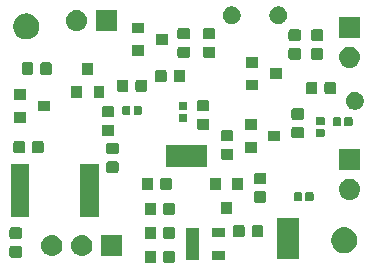
<source format=gbr>
G04 #@! TF.GenerationSoftware,KiCad,Pcbnew,5.1.2-f72e74a~84~ubuntu18.04.1*
G04 #@! TF.CreationDate,2019-12-19T12:51:00+00:00*
G04 #@! TF.ProjectId,mbus_guru,6d627573-5f67-4757-9275-2e6b69636164,rev?*
G04 #@! TF.SameCoordinates,Original*
G04 #@! TF.FileFunction,Soldermask,Top*
G04 #@! TF.FilePolarity,Negative*
%FSLAX46Y46*%
G04 Gerber Fmt 4.6, Leading zero omitted, Abs format (unit mm)*
G04 Created by KiCad (PCBNEW 5.1.2-f72e74a~84~ubuntu18.04.1) date 2019-12-19 12:51:00*
%MOMM*%
%LPD*%
G04 APERTURE LIST*
%ADD10C,0.100000*%
G04 APERTURE END LIST*
D10*
G36*
X137464091Y-100760585D02*
G01*
X137498069Y-100770893D01*
X137529390Y-100787634D01*
X137556839Y-100810161D01*
X137579366Y-100837610D01*
X137596107Y-100868931D01*
X137606415Y-100902909D01*
X137610500Y-100944390D01*
X137610500Y-101620610D01*
X137606415Y-101662091D01*
X137596107Y-101696069D01*
X137579366Y-101727390D01*
X137556839Y-101754839D01*
X137529390Y-101777366D01*
X137498069Y-101794107D01*
X137464091Y-101804415D01*
X137422610Y-101808500D01*
X136821390Y-101808500D01*
X136779909Y-101804415D01*
X136745931Y-101794107D01*
X136714610Y-101777366D01*
X136687161Y-101754839D01*
X136664634Y-101727390D01*
X136647893Y-101696069D01*
X136637585Y-101662091D01*
X136633500Y-101620610D01*
X136633500Y-100944390D01*
X136637585Y-100902909D01*
X136647893Y-100868931D01*
X136664634Y-100837610D01*
X136687161Y-100810161D01*
X136714610Y-100787634D01*
X136745931Y-100770893D01*
X136779909Y-100760585D01*
X136821390Y-100756500D01*
X137422610Y-100756500D01*
X137464091Y-100760585D01*
X137464091Y-100760585D01*
G37*
G36*
X135889091Y-100760585D02*
G01*
X135923069Y-100770893D01*
X135954390Y-100787634D01*
X135981839Y-100810161D01*
X136004366Y-100837610D01*
X136021107Y-100868931D01*
X136031415Y-100902909D01*
X136035500Y-100944390D01*
X136035500Y-101620610D01*
X136031415Y-101662091D01*
X136021107Y-101696069D01*
X136004366Y-101727390D01*
X135981839Y-101754839D01*
X135954390Y-101777366D01*
X135923069Y-101794107D01*
X135889091Y-101804415D01*
X135847610Y-101808500D01*
X135246390Y-101808500D01*
X135204909Y-101804415D01*
X135170931Y-101794107D01*
X135139610Y-101777366D01*
X135112161Y-101754839D01*
X135089634Y-101727390D01*
X135072893Y-101696069D01*
X135062585Y-101662091D01*
X135058500Y-101620610D01*
X135058500Y-100944390D01*
X135062585Y-100902909D01*
X135072893Y-100868931D01*
X135089634Y-100837610D01*
X135112161Y-100810161D01*
X135139610Y-100787634D01*
X135170931Y-100770893D01*
X135204909Y-100760585D01*
X135246390Y-100756500D01*
X135847610Y-100756500D01*
X135889091Y-100760585D01*
X135889091Y-100760585D01*
G37*
G36*
X141889000Y-101529000D02*
G01*
X140727000Y-101529000D01*
X140727000Y-100777000D01*
X141889000Y-100777000D01*
X141889000Y-101529000D01*
X141889000Y-101529000D01*
G37*
G36*
X139689000Y-101529000D02*
G01*
X138527000Y-101529000D01*
X138527000Y-98877000D01*
X139689000Y-98877000D01*
X139689000Y-101529000D01*
X139689000Y-101529000D01*
G37*
G36*
X148144000Y-101509500D02*
G01*
X146242000Y-101509500D01*
X146242000Y-98007500D01*
X148144000Y-98007500D01*
X148144000Y-101509500D01*
X148144000Y-101509500D01*
G37*
G36*
X124522091Y-100379085D02*
G01*
X124556069Y-100389393D01*
X124587390Y-100406134D01*
X124614839Y-100428661D01*
X124637366Y-100456110D01*
X124654107Y-100487431D01*
X124664415Y-100521409D01*
X124668500Y-100562890D01*
X124668500Y-101164110D01*
X124664415Y-101205591D01*
X124654107Y-101239569D01*
X124637366Y-101270890D01*
X124614839Y-101298339D01*
X124587390Y-101320866D01*
X124556069Y-101337607D01*
X124522091Y-101347915D01*
X124480610Y-101352000D01*
X123804390Y-101352000D01*
X123762909Y-101347915D01*
X123728931Y-101337607D01*
X123697610Y-101320866D01*
X123670161Y-101298339D01*
X123647634Y-101270890D01*
X123630893Y-101239569D01*
X123620585Y-101205591D01*
X123616500Y-101164110D01*
X123616500Y-100562890D01*
X123620585Y-100521409D01*
X123630893Y-100487431D01*
X123647634Y-100456110D01*
X123670161Y-100428661D01*
X123697610Y-100406134D01*
X123728931Y-100389393D01*
X123762909Y-100379085D01*
X123804390Y-100375000D01*
X124480610Y-100375000D01*
X124522091Y-100379085D01*
X124522091Y-100379085D01*
G37*
G36*
X133171500Y-101231000D02*
G01*
X131369500Y-101231000D01*
X131369500Y-99429000D01*
X133171500Y-99429000D01*
X133171500Y-101231000D01*
X133171500Y-101231000D01*
G37*
G36*
X129840943Y-99435519D02*
G01*
X129907127Y-99442037D01*
X130076966Y-99493557D01*
X130233491Y-99577222D01*
X130269229Y-99606552D01*
X130370686Y-99689814D01*
X130453948Y-99791271D01*
X130483278Y-99827009D01*
X130566943Y-99983534D01*
X130618463Y-100153373D01*
X130635859Y-100330000D01*
X130618463Y-100506627D01*
X130566943Y-100676466D01*
X130483278Y-100832991D01*
X130479487Y-100837610D01*
X130370686Y-100970186D01*
X130269229Y-101053448D01*
X130233491Y-101082778D01*
X130076966Y-101166443D01*
X129907127Y-101217963D01*
X129840943Y-101224481D01*
X129774760Y-101231000D01*
X129686240Y-101231000D01*
X129620058Y-101224482D01*
X129553873Y-101217963D01*
X129384034Y-101166443D01*
X129227509Y-101082778D01*
X129191771Y-101053448D01*
X129090314Y-100970186D01*
X128981513Y-100837610D01*
X128977722Y-100832991D01*
X128894057Y-100676466D01*
X128842537Y-100506627D01*
X128825141Y-100330000D01*
X128842537Y-100153373D01*
X128894057Y-99983534D01*
X128977722Y-99827009D01*
X129007052Y-99791271D01*
X129090314Y-99689814D01*
X129191771Y-99606552D01*
X129227509Y-99577222D01*
X129384034Y-99493557D01*
X129553873Y-99442037D01*
X129620058Y-99435518D01*
X129686240Y-99429000D01*
X129774760Y-99429000D01*
X129840943Y-99435519D01*
X129840943Y-99435519D01*
G37*
G36*
X127300943Y-99435519D02*
G01*
X127367127Y-99442037D01*
X127536966Y-99493557D01*
X127693491Y-99577222D01*
X127729229Y-99606552D01*
X127830686Y-99689814D01*
X127913948Y-99791271D01*
X127943278Y-99827009D01*
X128026943Y-99983534D01*
X128078463Y-100153373D01*
X128095859Y-100330000D01*
X128078463Y-100506627D01*
X128026943Y-100676466D01*
X127943278Y-100832991D01*
X127939487Y-100837610D01*
X127830686Y-100970186D01*
X127729229Y-101053448D01*
X127693491Y-101082778D01*
X127536966Y-101166443D01*
X127367127Y-101217963D01*
X127300943Y-101224481D01*
X127234760Y-101231000D01*
X127146240Y-101231000D01*
X127080058Y-101224482D01*
X127013873Y-101217963D01*
X126844034Y-101166443D01*
X126687509Y-101082778D01*
X126651771Y-101053448D01*
X126550314Y-100970186D01*
X126441513Y-100837610D01*
X126437722Y-100832991D01*
X126354057Y-100676466D01*
X126302537Y-100506627D01*
X126285141Y-100330000D01*
X126302537Y-100153373D01*
X126354057Y-99983534D01*
X126437722Y-99827009D01*
X126467052Y-99791271D01*
X126550314Y-99689814D01*
X126651771Y-99606552D01*
X126687509Y-99577222D01*
X126844034Y-99493557D01*
X127013873Y-99442037D01*
X127080058Y-99435518D01*
X127146240Y-99429000D01*
X127234760Y-99429000D01*
X127300943Y-99435519D01*
X127300943Y-99435519D01*
G37*
G36*
X152162399Y-98804085D02*
G01*
X152276650Y-98826811D01*
X152341471Y-98853661D01*
X152477020Y-98909807D01*
X152657344Y-99030295D01*
X152810705Y-99183656D01*
X152931193Y-99363980D01*
X152958125Y-99429000D01*
X153014189Y-99564350D01*
X153022938Y-99608336D01*
X153056500Y-99777060D01*
X153056500Y-99993940D01*
X153014189Y-100206649D01*
X152931193Y-100407020D01*
X152810705Y-100587344D01*
X152657344Y-100740705D01*
X152477020Y-100861193D01*
X152376834Y-100902691D01*
X152276650Y-100944189D01*
X152170295Y-100965344D01*
X152063940Y-100986500D01*
X151847060Y-100986500D01*
X151740705Y-100965344D01*
X151634350Y-100944189D01*
X151433980Y-100861193D01*
X151253656Y-100740705D01*
X151100295Y-100587344D01*
X150979807Y-100407020D01*
X150896811Y-100206649D01*
X150854500Y-99993940D01*
X150854500Y-99777060D01*
X150888062Y-99608336D01*
X150896811Y-99564350D01*
X150952875Y-99429000D01*
X150979807Y-99363980D01*
X151100295Y-99183656D01*
X151253656Y-99030295D01*
X151433980Y-98909807D01*
X151569529Y-98853661D01*
X151634350Y-98826811D01*
X151748601Y-98804085D01*
X151847060Y-98784500D01*
X152063940Y-98784500D01*
X152162399Y-98804085D01*
X152162399Y-98804085D01*
G37*
G36*
X124522091Y-98804085D02*
G01*
X124556069Y-98814393D01*
X124587390Y-98831134D01*
X124614839Y-98853661D01*
X124637366Y-98881110D01*
X124654107Y-98912431D01*
X124664415Y-98946409D01*
X124668500Y-98987890D01*
X124668500Y-99589110D01*
X124664415Y-99630591D01*
X124654107Y-99664569D01*
X124637366Y-99695890D01*
X124614839Y-99723339D01*
X124587390Y-99745866D01*
X124556069Y-99762607D01*
X124522091Y-99772915D01*
X124480610Y-99777000D01*
X123804390Y-99777000D01*
X123762909Y-99772915D01*
X123728931Y-99762607D01*
X123697610Y-99745866D01*
X123670161Y-99723339D01*
X123647634Y-99695890D01*
X123630893Y-99664569D01*
X123620585Y-99630591D01*
X123616500Y-99589110D01*
X123616500Y-98987890D01*
X123620585Y-98946409D01*
X123630893Y-98912431D01*
X123647634Y-98881110D01*
X123670161Y-98853661D01*
X123697610Y-98831134D01*
X123728931Y-98814393D01*
X123762909Y-98804085D01*
X123804390Y-98800000D01*
X124480610Y-98800000D01*
X124522091Y-98804085D01*
X124522091Y-98804085D01*
G37*
G36*
X137464091Y-98728585D02*
G01*
X137498069Y-98738893D01*
X137529390Y-98755634D01*
X137556839Y-98778161D01*
X137579366Y-98805610D01*
X137596107Y-98836931D01*
X137606415Y-98870909D01*
X137610500Y-98912390D01*
X137610500Y-99588610D01*
X137606415Y-99630091D01*
X137596107Y-99664069D01*
X137579366Y-99695390D01*
X137556839Y-99722839D01*
X137529390Y-99745366D01*
X137498069Y-99762107D01*
X137464091Y-99772415D01*
X137422610Y-99776500D01*
X136821390Y-99776500D01*
X136779909Y-99772415D01*
X136745931Y-99762107D01*
X136714610Y-99745366D01*
X136687161Y-99722839D01*
X136664634Y-99695390D01*
X136647893Y-99664069D01*
X136637585Y-99630091D01*
X136633500Y-99588610D01*
X136633500Y-98912390D01*
X136637585Y-98870909D01*
X136647893Y-98836931D01*
X136664634Y-98805610D01*
X136687161Y-98778161D01*
X136714610Y-98755634D01*
X136745931Y-98738893D01*
X136779909Y-98728585D01*
X136821390Y-98724500D01*
X137422610Y-98724500D01*
X137464091Y-98728585D01*
X137464091Y-98728585D01*
G37*
G36*
X135889091Y-98728585D02*
G01*
X135923069Y-98738893D01*
X135954390Y-98755634D01*
X135981839Y-98778161D01*
X136004366Y-98805610D01*
X136021107Y-98836931D01*
X136031415Y-98870909D01*
X136035500Y-98912390D01*
X136035500Y-99588610D01*
X136031415Y-99630091D01*
X136021107Y-99664069D01*
X136004366Y-99695390D01*
X135981839Y-99722839D01*
X135954390Y-99745366D01*
X135923069Y-99762107D01*
X135889091Y-99772415D01*
X135847610Y-99776500D01*
X135246390Y-99776500D01*
X135204909Y-99772415D01*
X135170931Y-99762107D01*
X135139610Y-99745366D01*
X135112161Y-99722839D01*
X135089634Y-99695390D01*
X135072893Y-99664069D01*
X135062585Y-99630091D01*
X135058500Y-99588610D01*
X135058500Y-98912390D01*
X135062585Y-98870909D01*
X135072893Y-98836931D01*
X135089634Y-98805610D01*
X135112161Y-98778161D01*
X135139610Y-98755634D01*
X135170931Y-98738893D01*
X135204909Y-98728585D01*
X135246390Y-98724500D01*
X135847610Y-98724500D01*
X135889091Y-98728585D01*
X135889091Y-98728585D01*
G37*
G36*
X144957091Y-98601585D02*
G01*
X144991069Y-98611893D01*
X145022390Y-98628634D01*
X145049839Y-98651161D01*
X145072366Y-98678610D01*
X145089107Y-98709931D01*
X145099415Y-98743909D01*
X145103500Y-98785390D01*
X145103500Y-99461610D01*
X145099415Y-99503091D01*
X145089107Y-99537069D01*
X145072366Y-99568390D01*
X145049839Y-99595839D01*
X145022390Y-99618366D01*
X144991069Y-99635107D01*
X144957091Y-99645415D01*
X144915610Y-99649500D01*
X144314390Y-99649500D01*
X144272909Y-99645415D01*
X144238931Y-99635107D01*
X144207610Y-99618366D01*
X144180161Y-99595839D01*
X144157634Y-99568390D01*
X144140893Y-99537069D01*
X144130585Y-99503091D01*
X144126500Y-99461610D01*
X144126500Y-98785390D01*
X144130585Y-98743909D01*
X144140893Y-98709931D01*
X144157634Y-98678610D01*
X144180161Y-98651161D01*
X144207610Y-98628634D01*
X144238931Y-98611893D01*
X144272909Y-98601585D01*
X144314390Y-98597500D01*
X144915610Y-98597500D01*
X144957091Y-98601585D01*
X144957091Y-98601585D01*
G37*
G36*
X143382091Y-98601585D02*
G01*
X143416069Y-98611893D01*
X143447390Y-98628634D01*
X143474839Y-98651161D01*
X143497366Y-98678610D01*
X143514107Y-98709931D01*
X143524415Y-98743909D01*
X143528500Y-98785390D01*
X143528500Y-99461610D01*
X143524415Y-99503091D01*
X143514107Y-99537069D01*
X143497366Y-99568390D01*
X143474839Y-99595839D01*
X143447390Y-99618366D01*
X143416069Y-99635107D01*
X143382091Y-99645415D01*
X143340610Y-99649500D01*
X142739390Y-99649500D01*
X142697909Y-99645415D01*
X142663931Y-99635107D01*
X142632610Y-99618366D01*
X142605161Y-99595839D01*
X142582634Y-99568390D01*
X142565893Y-99537069D01*
X142555585Y-99503091D01*
X142551500Y-99461610D01*
X142551500Y-98785390D01*
X142555585Y-98743909D01*
X142565893Y-98709931D01*
X142582634Y-98678610D01*
X142605161Y-98651161D01*
X142632610Y-98628634D01*
X142663931Y-98611893D01*
X142697909Y-98601585D01*
X142739390Y-98597500D01*
X143340610Y-98597500D01*
X143382091Y-98601585D01*
X143382091Y-98601585D01*
G37*
G36*
X141889000Y-99629000D02*
G01*
X140727000Y-99629000D01*
X140727000Y-98877000D01*
X141889000Y-98877000D01*
X141889000Y-99629000D01*
X141889000Y-99629000D01*
G37*
G36*
X131170500Y-97920500D02*
G01*
X129618500Y-97920500D01*
X129618500Y-93468500D01*
X131170500Y-93468500D01*
X131170500Y-97920500D01*
X131170500Y-97920500D01*
G37*
G36*
X125270500Y-97920500D02*
G01*
X123718500Y-97920500D01*
X123718500Y-93468500D01*
X125270500Y-93468500D01*
X125270500Y-97920500D01*
X125270500Y-97920500D01*
G37*
G36*
X137464091Y-96696585D02*
G01*
X137498069Y-96706893D01*
X137529390Y-96723634D01*
X137556839Y-96746161D01*
X137579366Y-96773610D01*
X137596107Y-96804931D01*
X137606415Y-96838909D01*
X137610500Y-96880390D01*
X137610500Y-97556610D01*
X137606415Y-97598091D01*
X137596107Y-97632069D01*
X137579366Y-97663390D01*
X137556839Y-97690839D01*
X137529390Y-97713366D01*
X137498069Y-97730107D01*
X137464091Y-97740415D01*
X137422610Y-97744500D01*
X136821390Y-97744500D01*
X136779909Y-97740415D01*
X136745931Y-97730107D01*
X136714610Y-97713366D01*
X136687161Y-97690839D01*
X136664634Y-97663390D01*
X136647893Y-97632069D01*
X136637585Y-97598091D01*
X136633500Y-97556610D01*
X136633500Y-96880390D01*
X136637585Y-96838909D01*
X136647893Y-96804931D01*
X136664634Y-96773610D01*
X136687161Y-96746161D01*
X136714610Y-96723634D01*
X136745931Y-96706893D01*
X136779909Y-96696585D01*
X136821390Y-96692500D01*
X137422610Y-96692500D01*
X137464091Y-96696585D01*
X137464091Y-96696585D01*
G37*
G36*
X135889091Y-96696585D02*
G01*
X135923069Y-96706893D01*
X135954390Y-96723634D01*
X135981839Y-96746161D01*
X136004366Y-96773610D01*
X136021107Y-96804931D01*
X136031415Y-96838909D01*
X136035500Y-96880390D01*
X136035500Y-97556610D01*
X136031415Y-97598091D01*
X136021107Y-97632069D01*
X136004366Y-97663390D01*
X135981839Y-97690839D01*
X135954390Y-97713366D01*
X135923069Y-97730107D01*
X135889091Y-97740415D01*
X135847610Y-97744500D01*
X135246390Y-97744500D01*
X135204909Y-97740415D01*
X135170931Y-97730107D01*
X135139610Y-97713366D01*
X135112161Y-97690839D01*
X135089634Y-97663390D01*
X135072893Y-97632069D01*
X135062585Y-97598091D01*
X135058500Y-97556610D01*
X135058500Y-96880390D01*
X135062585Y-96838909D01*
X135072893Y-96804931D01*
X135089634Y-96773610D01*
X135112161Y-96746161D01*
X135139610Y-96723634D01*
X135170931Y-96706893D01*
X135204909Y-96696585D01*
X135246390Y-96692500D01*
X135847610Y-96692500D01*
X135889091Y-96696585D01*
X135889091Y-96696585D01*
G37*
G36*
X142437000Y-97640000D02*
G01*
X141535000Y-97640000D01*
X141535000Y-96638000D01*
X142437000Y-96638000D01*
X142437000Y-97640000D01*
X142437000Y-97640000D01*
G37*
G36*
X145223091Y-95743585D02*
G01*
X145257069Y-95753893D01*
X145288390Y-95770634D01*
X145315839Y-95793161D01*
X145338366Y-95820610D01*
X145355107Y-95851931D01*
X145365415Y-95885909D01*
X145369500Y-95927390D01*
X145369500Y-96528610D01*
X145365415Y-96570091D01*
X145355107Y-96604069D01*
X145338366Y-96635390D01*
X145315839Y-96662839D01*
X145288390Y-96685366D01*
X145257069Y-96702107D01*
X145223091Y-96712415D01*
X145181610Y-96716500D01*
X144505390Y-96716500D01*
X144463909Y-96712415D01*
X144429931Y-96702107D01*
X144398610Y-96685366D01*
X144371161Y-96662839D01*
X144348634Y-96635390D01*
X144331893Y-96604069D01*
X144321585Y-96570091D01*
X144317500Y-96528610D01*
X144317500Y-95927390D01*
X144321585Y-95885909D01*
X144331893Y-95851931D01*
X144348634Y-95820610D01*
X144371161Y-95793161D01*
X144398610Y-95770634D01*
X144429931Y-95753893D01*
X144463909Y-95743585D01*
X144505390Y-95739500D01*
X145181610Y-95739500D01*
X145223091Y-95743585D01*
X145223091Y-95743585D01*
G37*
G36*
X149268438Y-95834216D02*
G01*
X149289057Y-95840471D01*
X149308053Y-95850624D01*
X149324708Y-95864292D01*
X149338376Y-95880947D01*
X149348529Y-95899943D01*
X149354784Y-95920562D01*
X149357500Y-95948140D01*
X149357500Y-96456860D01*
X149354784Y-96484438D01*
X149348529Y-96505057D01*
X149338376Y-96524053D01*
X149324708Y-96540708D01*
X149308053Y-96554376D01*
X149289057Y-96564529D01*
X149268438Y-96570784D01*
X149240860Y-96573500D01*
X148782140Y-96573500D01*
X148754562Y-96570784D01*
X148733943Y-96564529D01*
X148714947Y-96554376D01*
X148698292Y-96540708D01*
X148684624Y-96524053D01*
X148674471Y-96505057D01*
X148668216Y-96484438D01*
X148665500Y-96456860D01*
X148665500Y-95948140D01*
X148668216Y-95920562D01*
X148674471Y-95899943D01*
X148684624Y-95880947D01*
X148698292Y-95864292D01*
X148714947Y-95850624D01*
X148733943Y-95840471D01*
X148754562Y-95834216D01*
X148782140Y-95831500D01*
X149240860Y-95831500D01*
X149268438Y-95834216D01*
X149268438Y-95834216D01*
G37*
G36*
X148298438Y-95834216D02*
G01*
X148319057Y-95840471D01*
X148338053Y-95850624D01*
X148354708Y-95864292D01*
X148368376Y-95880947D01*
X148378529Y-95899943D01*
X148384784Y-95920562D01*
X148387500Y-95948140D01*
X148387500Y-96456860D01*
X148384784Y-96484438D01*
X148378529Y-96505057D01*
X148368376Y-96524053D01*
X148354708Y-96540708D01*
X148338053Y-96554376D01*
X148319057Y-96564529D01*
X148298438Y-96570784D01*
X148270860Y-96573500D01*
X147812140Y-96573500D01*
X147784562Y-96570784D01*
X147763943Y-96564529D01*
X147744947Y-96554376D01*
X147728292Y-96540708D01*
X147714624Y-96524053D01*
X147704471Y-96505057D01*
X147698216Y-96484438D01*
X147695500Y-96456860D01*
X147695500Y-95948140D01*
X147698216Y-95920562D01*
X147704471Y-95899943D01*
X147714624Y-95880947D01*
X147728292Y-95864292D01*
X147744947Y-95850624D01*
X147763943Y-95840471D01*
X147784562Y-95834216D01*
X147812140Y-95831500D01*
X148270860Y-95831500D01*
X148298438Y-95834216D01*
X148298438Y-95834216D01*
G37*
G36*
X152510442Y-94673018D02*
G01*
X152576627Y-94679537D01*
X152746466Y-94731057D01*
X152902991Y-94814722D01*
X152935315Y-94841250D01*
X153040186Y-94927314D01*
X153092221Y-94990720D01*
X153152778Y-95064509D01*
X153236443Y-95221034D01*
X153287963Y-95390873D01*
X153305359Y-95567500D01*
X153287963Y-95744127D01*
X153236443Y-95913966D01*
X153236442Y-95913968D01*
X153206225Y-95970500D01*
X153152778Y-96070491D01*
X153123448Y-96106229D01*
X153040186Y-96207686D01*
X152938729Y-96290948D01*
X152902991Y-96320278D01*
X152746466Y-96403943D01*
X152576627Y-96455463D01*
X152510443Y-96461981D01*
X152444260Y-96468500D01*
X152355740Y-96468500D01*
X152289557Y-96461981D01*
X152223373Y-96455463D01*
X152053534Y-96403943D01*
X151897009Y-96320278D01*
X151861271Y-96290948D01*
X151759814Y-96207686D01*
X151676552Y-96106229D01*
X151647222Y-96070491D01*
X151593775Y-95970500D01*
X151563558Y-95913968D01*
X151563557Y-95913966D01*
X151512037Y-95744127D01*
X151494641Y-95567500D01*
X151512037Y-95390873D01*
X151563557Y-95221034D01*
X151647222Y-95064509D01*
X151707779Y-94990720D01*
X151759814Y-94927314D01*
X151864685Y-94841250D01*
X151897009Y-94814722D01*
X152053534Y-94731057D01*
X152223373Y-94679537D01*
X152289558Y-94673018D01*
X152355740Y-94666500D01*
X152444260Y-94666500D01*
X152510442Y-94673018D01*
X152510442Y-94673018D01*
G37*
G36*
X135635091Y-94601085D02*
G01*
X135669069Y-94611393D01*
X135700390Y-94628134D01*
X135727839Y-94650661D01*
X135750366Y-94678110D01*
X135767107Y-94709431D01*
X135777415Y-94743409D01*
X135781500Y-94784890D01*
X135781500Y-95461110D01*
X135777415Y-95502591D01*
X135767107Y-95536569D01*
X135750366Y-95567890D01*
X135727839Y-95595339D01*
X135700390Y-95617866D01*
X135669069Y-95634607D01*
X135635091Y-95644915D01*
X135593610Y-95649000D01*
X134992390Y-95649000D01*
X134950909Y-95644915D01*
X134916931Y-95634607D01*
X134885610Y-95617866D01*
X134858161Y-95595339D01*
X134835634Y-95567890D01*
X134818893Y-95536569D01*
X134808585Y-95502591D01*
X134804500Y-95461110D01*
X134804500Y-94784890D01*
X134808585Y-94743409D01*
X134818893Y-94709431D01*
X134835634Y-94678110D01*
X134858161Y-94650661D01*
X134885610Y-94628134D01*
X134916931Y-94611393D01*
X134950909Y-94601085D01*
X134992390Y-94597000D01*
X135593610Y-94597000D01*
X135635091Y-94601085D01*
X135635091Y-94601085D01*
G37*
G36*
X137210091Y-94601085D02*
G01*
X137244069Y-94611393D01*
X137275390Y-94628134D01*
X137302839Y-94650661D01*
X137325366Y-94678110D01*
X137342107Y-94709431D01*
X137352415Y-94743409D01*
X137356500Y-94784890D01*
X137356500Y-95461110D01*
X137352415Y-95502591D01*
X137342107Y-95536569D01*
X137325366Y-95567890D01*
X137302839Y-95595339D01*
X137275390Y-95617866D01*
X137244069Y-95634607D01*
X137210091Y-95644915D01*
X137168610Y-95649000D01*
X136567390Y-95649000D01*
X136525909Y-95644915D01*
X136491931Y-95634607D01*
X136460610Y-95617866D01*
X136433161Y-95595339D01*
X136410634Y-95567890D01*
X136393893Y-95536569D01*
X136383585Y-95502591D01*
X136379500Y-95461110D01*
X136379500Y-94784890D01*
X136383585Y-94743409D01*
X136393893Y-94709431D01*
X136410634Y-94678110D01*
X136433161Y-94650661D01*
X136460610Y-94628134D01*
X136491931Y-94611393D01*
X136525909Y-94601085D01*
X136567390Y-94597000D01*
X137168610Y-94597000D01*
X137210091Y-94601085D01*
X137210091Y-94601085D01*
G37*
G36*
X143387000Y-95640000D02*
G01*
X142485000Y-95640000D01*
X142485000Y-94638000D01*
X143387000Y-94638000D01*
X143387000Y-95640000D01*
X143387000Y-95640000D01*
G37*
G36*
X141487000Y-95640000D02*
G01*
X140585000Y-95640000D01*
X140585000Y-94638000D01*
X141487000Y-94638000D01*
X141487000Y-95640000D01*
X141487000Y-95640000D01*
G37*
G36*
X145223091Y-94168585D02*
G01*
X145257069Y-94178893D01*
X145288390Y-94195634D01*
X145315839Y-94218161D01*
X145338366Y-94245610D01*
X145355107Y-94276931D01*
X145365415Y-94310909D01*
X145369500Y-94352390D01*
X145369500Y-94953610D01*
X145365415Y-94995091D01*
X145355107Y-95029069D01*
X145338366Y-95060390D01*
X145315839Y-95087839D01*
X145288390Y-95110366D01*
X145257069Y-95127107D01*
X145223091Y-95137415D01*
X145181610Y-95141500D01*
X144505390Y-95141500D01*
X144463909Y-95137415D01*
X144429931Y-95127107D01*
X144398610Y-95110366D01*
X144371161Y-95087839D01*
X144348634Y-95060390D01*
X144331893Y-95029069D01*
X144321585Y-94995091D01*
X144317500Y-94953610D01*
X144317500Y-94352390D01*
X144321585Y-94310909D01*
X144331893Y-94276931D01*
X144348634Y-94245610D01*
X144371161Y-94218161D01*
X144398610Y-94195634D01*
X144429931Y-94178893D01*
X144463909Y-94168585D01*
X144505390Y-94164500D01*
X145181610Y-94164500D01*
X145223091Y-94168585D01*
X145223091Y-94168585D01*
G37*
G36*
X132713591Y-93203585D02*
G01*
X132747569Y-93213893D01*
X132778890Y-93230634D01*
X132806339Y-93253161D01*
X132828866Y-93280610D01*
X132845607Y-93311931D01*
X132855915Y-93345909D01*
X132860000Y-93387390D01*
X132860000Y-93988610D01*
X132855915Y-94030091D01*
X132845607Y-94064069D01*
X132828866Y-94095390D01*
X132806339Y-94122839D01*
X132778890Y-94145366D01*
X132747569Y-94162107D01*
X132713591Y-94172415D01*
X132672110Y-94176500D01*
X131995890Y-94176500D01*
X131954409Y-94172415D01*
X131920431Y-94162107D01*
X131889110Y-94145366D01*
X131861661Y-94122839D01*
X131839134Y-94095390D01*
X131822393Y-94064069D01*
X131812085Y-94030091D01*
X131808000Y-93988610D01*
X131808000Y-93387390D01*
X131812085Y-93345909D01*
X131822393Y-93311931D01*
X131839134Y-93280610D01*
X131861661Y-93253161D01*
X131889110Y-93230634D01*
X131920431Y-93213893D01*
X131954409Y-93203585D01*
X131995890Y-93199500D01*
X132672110Y-93199500D01*
X132713591Y-93203585D01*
X132713591Y-93203585D01*
G37*
G36*
X153301000Y-93928500D02*
G01*
X151499000Y-93928500D01*
X151499000Y-92126500D01*
X153301000Y-92126500D01*
X153301000Y-93928500D01*
X153301000Y-93928500D01*
G37*
G36*
X140371500Y-93724500D02*
G01*
X136869500Y-93724500D01*
X136869500Y-91822500D01*
X140371500Y-91822500D01*
X140371500Y-93724500D01*
X140371500Y-93724500D01*
G37*
G36*
X142429091Y-92124085D02*
G01*
X142463069Y-92134393D01*
X142494390Y-92151134D01*
X142521839Y-92173661D01*
X142544366Y-92201110D01*
X142561107Y-92232431D01*
X142571415Y-92266409D01*
X142575500Y-92307890D01*
X142575500Y-92909110D01*
X142571415Y-92950591D01*
X142561107Y-92984569D01*
X142544366Y-93015890D01*
X142521839Y-93043339D01*
X142494390Y-93065866D01*
X142463069Y-93082607D01*
X142429091Y-93092915D01*
X142387610Y-93097000D01*
X141711390Y-93097000D01*
X141669909Y-93092915D01*
X141635931Y-93082607D01*
X141604610Y-93065866D01*
X141577161Y-93043339D01*
X141554634Y-93015890D01*
X141537893Y-92984569D01*
X141527585Y-92950591D01*
X141523500Y-92909110D01*
X141523500Y-92307890D01*
X141527585Y-92266409D01*
X141537893Y-92232431D01*
X141554634Y-92201110D01*
X141577161Y-92173661D01*
X141604610Y-92151134D01*
X141635931Y-92134393D01*
X141669909Y-92124085D01*
X141711390Y-92120000D01*
X142387610Y-92120000D01*
X142429091Y-92124085D01*
X142429091Y-92124085D01*
G37*
G36*
X132713591Y-91628585D02*
G01*
X132747569Y-91638893D01*
X132778890Y-91655634D01*
X132806339Y-91678161D01*
X132828866Y-91705610D01*
X132845607Y-91736931D01*
X132855915Y-91770909D01*
X132860000Y-91812390D01*
X132860000Y-92413610D01*
X132855915Y-92455091D01*
X132845607Y-92489069D01*
X132828866Y-92520390D01*
X132806339Y-92547839D01*
X132778890Y-92570366D01*
X132747569Y-92587107D01*
X132713591Y-92597415D01*
X132672110Y-92601500D01*
X131995890Y-92601500D01*
X131954409Y-92597415D01*
X131920431Y-92587107D01*
X131889110Y-92570366D01*
X131861661Y-92547839D01*
X131839134Y-92520390D01*
X131822393Y-92489069D01*
X131812085Y-92455091D01*
X131808000Y-92413610D01*
X131808000Y-91812390D01*
X131812085Y-91770909D01*
X131822393Y-91736931D01*
X131839134Y-91705610D01*
X131861661Y-91678161D01*
X131889110Y-91655634D01*
X131920431Y-91638893D01*
X131954409Y-91628585D01*
X131995890Y-91624500D01*
X132672110Y-91624500D01*
X132713591Y-91628585D01*
X132713591Y-91628585D01*
G37*
G36*
X126351591Y-91489585D02*
G01*
X126385569Y-91499893D01*
X126416890Y-91516634D01*
X126444339Y-91539161D01*
X126466866Y-91566610D01*
X126483607Y-91597931D01*
X126493915Y-91631909D01*
X126498000Y-91673390D01*
X126498000Y-92349610D01*
X126493915Y-92391091D01*
X126483607Y-92425069D01*
X126466866Y-92456390D01*
X126444339Y-92483839D01*
X126416890Y-92506366D01*
X126385569Y-92523107D01*
X126351591Y-92533415D01*
X126310110Y-92537500D01*
X125708890Y-92537500D01*
X125667409Y-92533415D01*
X125633431Y-92523107D01*
X125602110Y-92506366D01*
X125574661Y-92483839D01*
X125552134Y-92456390D01*
X125535393Y-92425069D01*
X125525085Y-92391091D01*
X125521000Y-92349610D01*
X125521000Y-91673390D01*
X125525085Y-91631909D01*
X125535393Y-91597931D01*
X125552134Y-91566610D01*
X125574661Y-91539161D01*
X125602110Y-91516634D01*
X125633431Y-91499893D01*
X125667409Y-91489585D01*
X125708890Y-91485500D01*
X126310110Y-91485500D01*
X126351591Y-91489585D01*
X126351591Y-91489585D01*
G37*
G36*
X124776591Y-91489585D02*
G01*
X124810569Y-91499893D01*
X124841890Y-91516634D01*
X124869339Y-91539161D01*
X124891866Y-91566610D01*
X124908607Y-91597931D01*
X124918915Y-91631909D01*
X124923000Y-91673390D01*
X124923000Y-92349610D01*
X124918915Y-92391091D01*
X124908607Y-92425069D01*
X124891866Y-92456390D01*
X124869339Y-92483839D01*
X124841890Y-92506366D01*
X124810569Y-92523107D01*
X124776591Y-92533415D01*
X124735110Y-92537500D01*
X124133890Y-92537500D01*
X124092409Y-92533415D01*
X124058431Y-92523107D01*
X124027110Y-92506366D01*
X123999661Y-92483839D01*
X123977134Y-92456390D01*
X123960393Y-92425069D01*
X123950085Y-92391091D01*
X123946000Y-92349610D01*
X123946000Y-91673390D01*
X123950085Y-91631909D01*
X123960393Y-91597931D01*
X123977134Y-91566610D01*
X123999661Y-91539161D01*
X124027110Y-91516634D01*
X124058431Y-91499893D01*
X124092409Y-91489585D01*
X124133890Y-91485500D01*
X124735110Y-91485500D01*
X124776591Y-91489585D01*
X124776591Y-91489585D01*
G37*
G36*
X144535000Y-92460000D02*
G01*
X143533000Y-92460000D01*
X143533000Y-91558000D01*
X144535000Y-91558000D01*
X144535000Y-92460000D01*
X144535000Y-92460000D01*
G37*
G36*
X142429091Y-90549085D02*
G01*
X142463069Y-90559393D01*
X142494390Y-90576134D01*
X142521839Y-90598661D01*
X142544366Y-90626110D01*
X142561107Y-90657431D01*
X142571415Y-90691409D01*
X142575500Y-90732890D01*
X142575500Y-91334110D01*
X142571415Y-91375591D01*
X142561107Y-91409569D01*
X142544366Y-91440890D01*
X142521839Y-91468339D01*
X142494390Y-91490866D01*
X142463069Y-91507607D01*
X142429091Y-91517915D01*
X142387610Y-91522000D01*
X141711390Y-91522000D01*
X141669909Y-91517915D01*
X141635931Y-91507607D01*
X141604610Y-91490866D01*
X141577161Y-91468339D01*
X141554634Y-91440890D01*
X141537893Y-91409569D01*
X141527585Y-91375591D01*
X141523500Y-91334110D01*
X141523500Y-90732890D01*
X141527585Y-90691409D01*
X141537893Y-90657431D01*
X141554634Y-90626110D01*
X141577161Y-90598661D01*
X141604610Y-90576134D01*
X141635931Y-90559393D01*
X141669909Y-90549085D01*
X141711390Y-90545000D01*
X142387610Y-90545000D01*
X142429091Y-90549085D01*
X142429091Y-90549085D01*
G37*
G36*
X146535000Y-91510000D02*
G01*
X145533000Y-91510000D01*
X145533000Y-90608000D01*
X146535000Y-90608000D01*
X146535000Y-91510000D01*
X146535000Y-91510000D01*
G37*
G36*
X148398091Y-90282585D02*
G01*
X148432069Y-90292893D01*
X148463390Y-90309634D01*
X148490839Y-90332161D01*
X148513366Y-90359610D01*
X148530107Y-90390931D01*
X148540415Y-90424909D01*
X148544500Y-90466390D01*
X148544500Y-91067610D01*
X148540415Y-91109091D01*
X148530107Y-91143069D01*
X148513366Y-91174390D01*
X148490839Y-91201839D01*
X148463390Y-91224366D01*
X148432069Y-91241107D01*
X148398091Y-91251415D01*
X148356610Y-91255500D01*
X147680390Y-91255500D01*
X147638909Y-91251415D01*
X147604931Y-91241107D01*
X147573610Y-91224366D01*
X147546161Y-91201839D01*
X147523634Y-91174390D01*
X147506893Y-91143069D01*
X147496585Y-91109091D01*
X147492500Y-91067610D01*
X147492500Y-90466390D01*
X147496585Y-90424909D01*
X147506893Y-90390931D01*
X147523634Y-90359610D01*
X147546161Y-90332161D01*
X147573610Y-90309634D01*
X147604931Y-90292893D01*
X147638909Y-90282585D01*
X147680390Y-90278500D01*
X148356610Y-90278500D01*
X148398091Y-90282585D01*
X148398091Y-90282585D01*
G37*
G36*
X150205438Y-90438716D02*
G01*
X150226057Y-90444971D01*
X150245053Y-90455124D01*
X150261708Y-90468792D01*
X150275376Y-90485447D01*
X150285529Y-90504443D01*
X150291784Y-90525062D01*
X150294500Y-90552640D01*
X150294500Y-91011360D01*
X150291784Y-91038938D01*
X150285529Y-91059557D01*
X150275376Y-91078553D01*
X150261708Y-91095208D01*
X150245053Y-91108876D01*
X150226057Y-91119029D01*
X150205438Y-91125284D01*
X150177860Y-91128000D01*
X149669140Y-91128000D01*
X149641562Y-91125284D01*
X149620943Y-91119029D01*
X149601947Y-91108876D01*
X149585292Y-91095208D01*
X149571624Y-91078553D01*
X149561471Y-91059557D01*
X149555216Y-91038938D01*
X149552500Y-91011360D01*
X149552500Y-90552640D01*
X149555216Y-90525062D01*
X149561471Y-90504443D01*
X149571624Y-90485447D01*
X149585292Y-90468792D01*
X149601947Y-90455124D01*
X149620943Y-90444971D01*
X149641562Y-90438716D01*
X149669140Y-90436000D01*
X150177860Y-90436000D01*
X150205438Y-90438716D01*
X150205438Y-90438716D01*
G37*
G36*
X132332591Y-90092085D02*
G01*
X132366569Y-90102393D01*
X132397890Y-90119134D01*
X132425339Y-90141661D01*
X132447866Y-90169110D01*
X132464607Y-90200431D01*
X132474915Y-90234409D01*
X132479000Y-90275890D01*
X132479000Y-90877110D01*
X132474915Y-90918591D01*
X132464607Y-90952569D01*
X132447866Y-90983890D01*
X132425339Y-91011339D01*
X132397890Y-91033866D01*
X132366569Y-91050607D01*
X132332591Y-91060915D01*
X132291110Y-91065000D01*
X131614890Y-91065000D01*
X131573409Y-91060915D01*
X131539431Y-91050607D01*
X131508110Y-91033866D01*
X131480661Y-91011339D01*
X131458134Y-90983890D01*
X131441393Y-90952569D01*
X131431085Y-90918591D01*
X131427000Y-90877110D01*
X131427000Y-90275890D01*
X131431085Y-90234409D01*
X131441393Y-90200431D01*
X131458134Y-90169110D01*
X131480661Y-90141661D01*
X131508110Y-90119134D01*
X131539431Y-90102393D01*
X131573409Y-90092085D01*
X131614890Y-90088000D01*
X132291110Y-90088000D01*
X132332591Y-90092085D01*
X132332591Y-90092085D01*
G37*
G36*
X144535000Y-90560000D02*
G01*
X143533000Y-90560000D01*
X143533000Y-89658000D01*
X144535000Y-89658000D01*
X144535000Y-90560000D01*
X144535000Y-90560000D01*
G37*
G36*
X140397091Y-89584085D02*
G01*
X140431069Y-89594393D01*
X140462390Y-89611134D01*
X140489839Y-89633661D01*
X140512366Y-89661110D01*
X140529107Y-89692431D01*
X140539415Y-89726409D01*
X140543500Y-89767890D01*
X140543500Y-90369110D01*
X140539415Y-90410591D01*
X140529107Y-90444569D01*
X140512366Y-90475890D01*
X140489839Y-90503339D01*
X140462390Y-90525866D01*
X140431069Y-90542607D01*
X140397091Y-90552915D01*
X140355610Y-90557000D01*
X139679390Y-90557000D01*
X139637909Y-90552915D01*
X139603931Y-90542607D01*
X139572610Y-90525866D01*
X139545161Y-90503339D01*
X139522634Y-90475890D01*
X139505893Y-90444569D01*
X139495585Y-90410591D01*
X139491500Y-90369110D01*
X139491500Y-89767890D01*
X139495585Y-89726409D01*
X139505893Y-89692431D01*
X139522634Y-89661110D01*
X139545161Y-89633661D01*
X139572610Y-89611134D01*
X139603931Y-89594393D01*
X139637909Y-89584085D01*
X139679390Y-89580000D01*
X140355610Y-89580000D01*
X140397091Y-89584085D01*
X140397091Y-89584085D01*
G37*
G36*
X151600438Y-89484216D02*
G01*
X151621057Y-89490471D01*
X151640053Y-89500624D01*
X151656708Y-89514292D01*
X151670376Y-89530947D01*
X151680529Y-89549943D01*
X151686784Y-89570562D01*
X151689500Y-89598140D01*
X151689500Y-90106860D01*
X151686784Y-90134438D01*
X151680529Y-90155057D01*
X151670376Y-90174053D01*
X151656708Y-90190708D01*
X151640053Y-90204376D01*
X151621057Y-90214529D01*
X151600438Y-90220784D01*
X151572860Y-90223500D01*
X151114140Y-90223500D01*
X151086562Y-90220784D01*
X151065943Y-90214529D01*
X151046947Y-90204376D01*
X151030292Y-90190708D01*
X151016624Y-90174053D01*
X151006471Y-90155057D01*
X151000216Y-90134438D01*
X150997500Y-90106860D01*
X150997500Y-89598140D01*
X151000216Y-89570562D01*
X151006471Y-89549943D01*
X151016624Y-89530947D01*
X151030292Y-89514292D01*
X151046947Y-89500624D01*
X151065943Y-89490471D01*
X151086562Y-89484216D01*
X151114140Y-89481500D01*
X151572860Y-89481500D01*
X151600438Y-89484216D01*
X151600438Y-89484216D01*
G37*
G36*
X152570438Y-89484216D02*
G01*
X152591057Y-89490471D01*
X152610053Y-89500624D01*
X152626708Y-89514292D01*
X152640376Y-89530947D01*
X152650529Y-89549943D01*
X152656784Y-89570562D01*
X152659500Y-89598140D01*
X152659500Y-90106860D01*
X152656784Y-90134438D01*
X152650529Y-90155057D01*
X152640376Y-90174053D01*
X152626708Y-90190708D01*
X152610053Y-90204376D01*
X152591057Y-90214529D01*
X152570438Y-90220784D01*
X152542860Y-90223500D01*
X152084140Y-90223500D01*
X152056562Y-90220784D01*
X152035943Y-90214529D01*
X152016947Y-90204376D01*
X152000292Y-90190708D01*
X151986624Y-90174053D01*
X151976471Y-90155057D01*
X151970216Y-90134438D01*
X151967500Y-90106860D01*
X151967500Y-89598140D01*
X151970216Y-89570562D01*
X151976471Y-89549943D01*
X151986624Y-89530947D01*
X152000292Y-89514292D01*
X152016947Y-89500624D01*
X152035943Y-89490471D01*
X152056562Y-89484216D01*
X152084140Y-89481500D01*
X152542860Y-89481500D01*
X152570438Y-89484216D01*
X152570438Y-89484216D01*
G37*
G36*
X150205438Y-89468716D02*
G01*
X150226057Y-89474971D01*
X150245053Y-89485124D01*
X150261708Y-89498792D01*
X150275376Y-89515447D01*
X150285529Y-89534443D01*
X150291784Y-89555062D01*
X150294500Y-89582640D01*
X150294500Y-90041360D01*
X150291784Y-90068938D01*
X150285529Y-90089557D01*
X150275376Y-90108553D01*
X150261708Y-90125208D01*
X150245053Y-90138876D01*
X150226057Y-90149029D01*
X150205438Y-90155284D01*
X150177860Y-90158000D01*
X149669140Y-90158000D01*
X149641562Y-90155284D01*
X149620943Y-90149029D01*
X149601947Y-90138876D01*
X149585292Y-90125208D01*
X149571624Y-90108553D01*
X149561471Y-90089557D01*
X149555216Y-90068938D01*
X149552500Y-90041360D01*
X149552500Y-89582640D01*
X149555216Y-89555062D01*
X149561471Y-89534443D01*
X149571624Y-89515447D01*
X149585292Y-89498792D01*
X149601947Y-89485124D01*
X149620943Y-89474971D01*
X149641562Y-89468716D01*
X149669140Y-89466000D01*
X150177860Y-89466000D01*
X150205438Y-89468716D01*
X150205438Y-89468716D01*
G37*
G36*
X125040500Y-89920000D02*
G01*
X124038500Y-89920000D01*
X124038500Y-89018000D01*
X125040500Y-89018000D01*
X125040500Y-89920000D01*
X125040500Y-89920000D01*
G37*
G36*
X138584938Y-89168716D02*
G01*
X138605557Y-89174971D01*
X138624553Y-89185124D01*
X138641208Y-89198792D01*
X138654876Y-89215447D01*
X138665029Y-89234443D01*
X138671284Y-89255062D01*
X138674000Y-89282640D01*
X138674000Y-89741360D01*
X138671284Y-89768938D01*
X138665029Y-89789557D01*
X138654876Y-89808553D01*
X138641208Y-89825208D01*
X138624553Y-89838876D01*
X138605557Y-89849029D01*
X138584938Y-89855284D01*
X138557360Y-89858000D01*
X138048640Y-89858000D01*
X138021062Y-89855284D01*
X138000443Y-89849029D01*
X137981447Y-89838876D01*
X137964792Y-89825208D01*
X137951124Y-89808553D01*
X137940971Y-89789557D01*
X137934716Y-89768938D01*
X137932000Y-89741360D01*
X137932000Y-89282640D01*
X137934716Y-89255062D01*
X137940971Y-89234443D01*
X137951124Y-89215447D01*
X137964792Y-89198792D01*
X137981447Y-89185124D01*
X138000443Y-89174971D01*
X138021062Y-89168716D01*
X138048640Y-89166000D01*
X138557360Y-89166000D01*
X138584938Y-89168716D01*
X138584938Y-89168716D01*
G37*
G36*
X148398091Y-88707585D02*
G01*
X148432069Y-88717893D01*
X148463390Y-88734634D01*
X148490839Y-88757161D01*
X148513366Y-88784610D01*
X148530107Y-88815931D01*
X148540415Y-88849909D01*
X148544500Y-88891390D01*
X148544500Y-89492610D01*
X148540415Y-89534091D01*
X148530107Y-89568069D01*
X148513366Y-89599390D01*
X148490839Y-89626839D01*
X148463390Y-89649366D01*
X148432069Y-89666107D01*
X148398091Y-89676415D01*
X148356610Y-89680500D01*
X147680390Y-89680500D01*
X147638909Y-89676415D01*
X147604931Y-89666107D01*
X147573610Y-89649366D01*
X147546161Y-89626839D01*
X147523634Y-89599390D01*
X147506893Y-89568069D01*
X147496585Y-89534091D01*
X147492500Y-89492610D01*
X147492500Y-88891390D01*
X147496585Y-88849909D01*
X147506893Y-88815931D01*
X147523634Y-88784610D01*
X147546161Y-88757161D01*
X147573610Y-88734634D01*
X147604931Y-88717893D01*
X147638909Y-88707585D01*
X147680390Y-88703500D01*
X148356610Y-88703500D01*
X148398091Y-88707585D01*
X148398091Y-88707585D01*
G37*
G36*
X132332591Y-88517085D02*
G01*
X132366569Y-88527393D01*
X132397890Y-88544134D01*
X132425339Y-88566661D01*
X132447866Y-88594110D01*
X132464607Y-88625431D01*
X132474915Y-88659409D01*
X132479000Y-88700890D01*
X132479000Y-89302110D01*
X132474915Y-89343591D01*
X132464607Y-89377569D01*
X132447866Y-89408890D01*
X132425339Y-89436339D01*
X132397890Y-89458866D01*
X132366569Y-89475607D01*
X132332591Y-89485915D01*
X132291110Y-89490000D01*
X131614890Y-89490000D01*
X131573409Y-89485915D01*
X131539431Y-89475607D01*
X131508110Y-89458866D01*
X131480661Y-89436339D01*
X131458134Y-89408890D01*
X131441393Y-89377569D01*
X131431085Y-89343591D01*
X131427000Y-89302110D01*
X131427000Y-88700890D01*
X131431085Y-88659409D01*
X131441393Y-88625431D01*
X131458134Y-88594110D01*
X131480661Y-88566661D01*
X131508110Y-88544134D01*
X131539431Y-88527393D01*
X131573409Y-88517085D01*
X131614890Y-88513000D01*
X132291110Y-88513000D01*
X132332591Y-88517085D01*
X132332591Y-88517085D01*
G37*
G36*
X134726938Y-88531716D02*
G01*
X134747557Y-88537971D01*
X134766553Y-88548124D01*
X134783208Y-88561792D01*
X134796876Y-88578447D01*
X134807029Y-88597443D01*
X134813284Y-88618062D01*
X134816000Y-88645640D01*
X134816000Y-89154360D01*
X134813284Y-89181938D01*
X134807029Y-89202557D01*
X134796876Y-89221553D01*
X134783208Y-89238208D01*
X134766553Y-89251876D01*
X134747557Y-89262029D01*
X134726938Y-89268284D01*
X134699360Y-89271000D01*
X134240640Y-89271000D01*
X134213062Y-89268284D01*
X134192443Y-89262029D01*
X134173447Y-89251876D01*
X134156792Y-89238208D01*
X134143124Y-89221553D01*
X134132971Y-89202557D01*
X134126716Y-89181938D01*
X134124000Y-89154360D01*
X134124000Y-88645640D01*
X134126716Y-88618062D01*
X134132971Y-88597443D01*
X134143124Y-88578447D01*
X134156792Y-88561792D01*
X134173447Y-88548124D01*
X134192443Y-88537971D01*
X134213062Y-88531716D01*
X134240640Y-88529000D01*
X134699360Y-88529000D01*
X134726938Y-88531716D01*
X134726938Y-88531716D01*
G37*
G36*
X133756938Y-88531716D02*
G01*
X133777557Y-88537971D01*
X133796553Y-88548124D01*
X133813208Y-88561792D01*
X133826876Y-88578447D01*
X133837029Y-88597443D01*
X133843284Y-88618062D01*
X133846000Y-88645640D01*
X133846000Y-89154360D01*
X133843284Y-89181938D01*
X133837029Y-89202557D01*
X133826876Y-89221553D01*
X133813208Y-89238208D01*
X133796553Y-89251876D01*
X133777557Y-89262029D01*
X133756938Y-89268284D01*
X133729360Y-89271000D01*
X133270640Y-89271000D01*
X133243062Y-89268284D01*
X133222443Y-89262029D01*
X133203447Y-89251876D01*
X133186792Y-89238208D01*
X133173124Y-89221553D01*
X133162971Y-89202557D01*
X133156716Y-89181938D01*
X133154000Y-89154360D01*
X133154000Y-88645640D01*
X133156716Y-88618062D01*
X133162971Y-88597443D01*
X133173124Y-88578447D01*
X133186792Y-88561792D01*
X133203447Y-88548124D01*
X133222443Y-88537971D01*
X133243062Y-88531716D01*
X133270640Y-88529000D01*
X133729360Y-88529000D01*
X133756938Y-88531716D01*
X133756938Y-88531716D01*
G37*
G36*
X140397091Y-88009085D02*
G01*
X140431069Y-88019393D01*
X140462390Y-88036134D01*
X140489839Y-88058661D01*
X140512366Y-88086110D01*
X140529107Y-88117431D01*
X140539415Y-88151409D01*
X140543500Y-88192890D01*
X140543500Y-88794110D01*
X140539415Y-88835591D01*
X140529107Y-88869569D01*
X140512366Y-88900890D01*
X140489839Y-88928339D01*
X140462390Y-88950866D01*
X140431069Y-88967607D01*
X140397091Y-88977915D01*
X140355610Y-88982000D01*
X139679390Y-88982000D01*
X139637909Y-88977915D01*
X139603931Y-88967607D01*
X139572610Y-88950866D01*
X139545161Y-88928339D01*
X139522634Y-88900890D01*
X139505893Y-88869569D01*
X139495585Y-88835591D01*
X139491500Y-88794110D01*
X139491500Y-88192890D01*
X139495585Y-88151409D01*
X139505893Y-88117431D01*
X139522634Y-88086110D01*
X139545161Y-88058661D01*
X139572610Y-88036134D01*
X139603931Y-88019393D01*
X139637909Y-88009085D01*
X139679390Y-88005000D01*
X140355610Y-88005000D01*
X140397091Y-88009085D01*
X140397091Y-88009085D01*
G37*
G36*
X127040500Y-88970000D02*
G01*
X126038500Y-88970000D01*
X126038500Y-88068000D01*
X127040500Y-88068000D01*
X127040500Y-88970000D01*
X127040500Y-88970000D01*
G37*
G36*
X138584938Y-88198716D02*
G01*
X138605557Y-88204971D01*
X138624553Y-88215124D01*
X138641208Y-88228792D01*
X138654876Y-88245447D01*
X138665029Y-88264443D01*
X138671284Y-88285062D01*
X138674000Y-88312640D01*
X138674000Y-88771360D01*
X138671284Y-88798938D01*
X138665029Y-88819557D01*
X138654876Y-88838553D01*
X138641208Y-88855208D01*
X138624553Y-88868876D01*
X138605557Y-88879029D01*
X138584938Y-88885284D01*
X138557360Y-88888000D01*
X138048640Y-88888000D01*
X138021062Y-88885284D01*
X138000443Y-88879029D01*
X137981447Y-88868876D01*
X137964792Y-88855208D01*
X137951124Y-88838553D01*
X137940971Y-88819557D01*
X137934716Y-88798938D01*
X137932000Y-88771360D01*
X137932000Y-88312640D01*
X137934716Y-88285062D01*
X137940971Y-88264443D01*
X137951124Y-88245447D01*
X137964792Y-88228792D01*
X137981447Y-88215124D01*
X138000443Y-88204971D01*
X138021062Y-88198716D01*
X138048640Y-88196000D01*
X138557360Y-88196000D01*
X138584938Y-88198716D01*
X138584938Y-88198716D01*
G37*
G36*
X153063266Y-87353321D02*
G01*
X153199757Y-87409858D01*
X153322597Y-87491937D01*
X153427063Y-87596403D01*
X153509142Y-87719243D01*
X153565679Y-87855734D01*
X153594500Y-88000630D01*
X153594500Y-88148370D01*
X153565679Y-88293266D01*
X153509142Y-88429757D01*
X153427063Y-88552597D01*
X153322597Y-88657063D01*
X153199757Y-88739142D01*
X153063266Y-88795679D01*
X152918370Y-88824500D01*
X152770630Y-88824500D01*
X152625734Y-88795679D01*
X152489243Y-88739142D01*
X152366403Y-88657063D01*
X152261937Y-88552597D01*
X152179858Y-88429757D01*
X152123321Y-88293266D01*
X152094500Y-88148370D01*
X152094500Y-88000630D01*
X152123321Y-87855734D01*
X152179858Y-87719243D01*
X152261937Y-87596403D01*
X152366403Y-87491937D01*
X152489243Y-87409858D01*
X152625734Y-87353321D01*
X152770630Y-87324500D01*
X152918370Y-87324500D01*
X153063266Y-87353321D01*
X153063266Y-87353321D01*
G37*
G36*
X125040500Y-88020000D02*
G01*
X124038500Y-88020000D01*
X124038500Y-87118000D01*
X125040500Y-87118000D01*
X125040500Y-88020000D01*
X125040500Y-88020000D01*
G37*
G36*
X131639500Y-87861000D02*
G01*
X130737500Y-87861000D01*
X130737500Y-86859000D01*
X131639500Y-86859000D01*
X131639500Y-87861000D01*
X131639500Y-87861000D01*
G37*
G36*
X129739500Y-87861000D02*
G01*
X128837500Y-87861000D01*
X128837500Y-86859000D01*
X129739500Y-86859000D01*
X129739500Y-87861000D01*
X129739500Y-87861000D01*
G37*
G36*
X149541591Y-86473085D02*
G01*
X149575569Y-86483393D01*
X149606890Y-86500134D01*
X149634339Y-86522661D01*
X149656866Y-86550110D01*
X149673607Y-86581431D01*
X149683915Y-86615409D01*
X149688000Y-86656890D01*
X149688000Y-87333110D01*
X149683915Y-87374591D01*
X149673607Y-87408569D01*
X149656866Y-87439890D01*
X149634339Y-87467339D01*
X149606890Y-87489866D01*
X149575569Y-87506607D01*
X149541591Y-87516915D01*
X149500110Y-87521000D01*
X148898890Y-87521000D01*
X148857409Y-87516915D01*
X148823431Y-87506607D01*
X148792110Y-87489866D01*
X148764661Y-87467339D01*
X148742134Y-87439890D01*
X148725393Y-87408569D01*
X148715085Y-87374591D01*
X148711000Y-87333110D01*
X148711000Y-86656890D01*
X148715085Y-86615409D01*
X148725393Y-86581431D01*
X148742134Y-86550110D01*
X148764661Y-86522661D01*
X148792110Y-86500134D01*
X148823431Y-86483393D01*
X148857409Y-86473085D01*
X148898890Y-86469000D01*
X149500110Y-86469000D01*
X149541591Y-86473085D01*
X149541591Y-86473085D01*
G37*
G36*
X151116591Y-86473085D02*
G01*
X151150569Y-86483393D01*
X151181890Y-86500134D01*
X151209339Y-86522661D01*
X151231866Y-86550110D01*
X151248607Y-86581431D01*
X151258915Y-86615409D01*
X151263000Y-86656890D01*
X151263000Y-87333110D01*
X151258915Y-87374591D01*
X151248607Y-87408569D01*
X151231866Y-87439890D01*
X151209339Y-87467339D01*
X151181890Y-87489866D01*
X151150569Y-87506607D01*
X151116591Y-87516915D01*
X151075110Y-87521000D01*
X150473890Y-87521000D01*
X150432409Y-87516915D01*
X150398431Y-87506607D01*
X150367110Y-87489866D01*
X150339661Y-87467339D01*
X150317134Y-87439890D01*
X150300393Y-87408569D01*
X150290085Y-87374591D01*
X150286000Y-87333110D01*
X150286000Y-86656890D01*
X150290085Y-86615409D01*
X150300393Y-86581431D01*
X150317134Y-86550110D01*
X150339661Y-86522661D01*
X150367110Y-86500134D01*
X150398431Y-86483393D01*
X150432409Y-86473085D01*
X150473890Y-86469000D01*
X151075110Y-86469000D01*
X151116591Y-86473085D01*
X151116591Y-86473085D01*
G37*
G36*
X135114591Y-86282585D02*
G01*
X135148569Y-86292893D01*
X135179890Y-86309634D01*
X135207339Y-86332161D01*
X135229866Y-86359610D01*
X135246607Y-86390931D01*
X135256915Y-86424909D01*
X135261000Y-86466390D01*
X135261000Y-87142610D01*
X135256915Y-87184091D01*
X135246607Y-87218069D01*
X135229866Y-87249390D01*
X135207339Y-87276839D01*
X135179890Y-87299366D01*
X135148569Y-87316107D01*
X135114591Y-87326415D01*
X135073110Y-87330500D01*
X134471890Y-87330500D01*
X134430409Y-87326415D01*
X134396431Y-87316107D01*
X134365110Y-87299366D01*
X134337661Y-87276839D01*
X134315134Y-87249390D01*
X134298393Y-87218069D01*
X134288085Y-87184091D01*
X134284000Y-87142610D01*
X134284000Y-86466390D01*
X134288085Y-86424909D01*
X134298393Y-86390931D01*
X134315134Y-86359610D01*
X134337661Y-86332161D01*
X134365110Y-86309634D01*
X134396431Y-86292893D01*
X134430409Y-86282585D01*
X134471890Y-86278500D01*
X135073110Y-86278500D01*
X135114591Y-86282585D01*
X135114591Y-86282585D01*
G37*
G36*
X133539591Y-86282585D02*
G01*
X133573569Y-86292893D01*
X133604890Y-86309634D01*
X133632339Y-86332161D01*
X133654866Y-86359610D01*
X133671607Y-86390931D01*
X133681915Y-86424909D01*
X133686000Y-86466390D01*
X133686000Y-87142610D01*
X133681915Y-87184091D01*
X133671607Y-87218069D01*
X133654866Y-87249390D01*
X133632339Y-87276839D01*
X133604890Y-87299366D01*
X133573569Y-87316107D01*
X133539591Y-87326415D01*
X133498110Y-87330500D01*
X132896890Y-87330500D01*
X132855409Y-87326415D01*
X132821431Y-87316107D01*
X132790110Y-87299366D01*
X132762661Y-87276839D01*
X132740134Y-87249390D01*
X132723393Y-87218069D01*
X132713085Y-87184091D01*
X132709000Y-87142610D01*
X132709000Y-86466390D01*
X132713085Y-86424909D01*
X132723393Y-86390931D01*
X132740134Y-86359610D01*
X132762661Y-86332161D01*
X132790110Y-86309634D01*
X132821431Y-86292893D01*
X132855409Y-86282585D01*
X132896890Y-86278500D01*
X133498110Y-86278500D01*
X133539591Y-86282585D01*
X133539591Y-86282585D01*
G37*
G36*
X144662000Y-87189500D02*
G01*
X143660000Y-87189500D01*
X143660000Y-86287500D01*
X144662000Y-86287500D01*
X144662000Y-87189500D01*
X144662000Y-87189500D01*
G37*
G36*
X136778091Y-85457085D02*
G01*
X136812069Y-85467393D01*
X136843390Y-85484134D01*
X136870839Y-85506661D01*
X136893366Y-85534110D01*
X136910107Y-85565431D01*
X136920415Y-85599409D01*
X136924500Y-85640890D01*
X136924500Y-86317110D01*
X136920415Y-86358591D01*
X136910107Y-86392569D01*
X136893366Y-86423890D01*
X136870839Y-86451339D01*
X136843390Y-86473866D01*
X136812069Y-86490607D01*
X136778091Y-86500915D01*
X136736610Y-86505000D01*
X136135390Y-86505000D01*
X136093909Y-86500915D01*
X136059931Y-86490607D01*
X136028610Y-86473866D01*
X136001161Y-86451339D01*
X135978634Y-86423890D01*
X135961893Y-86392569D01*
X135951585Y-86358591D01*
X135947500Y-86317110D01*
X135947500Y-85640890D01*
X135951585Y-85599409D01*
X135961893Y-85565431D01*
X135978634Y-85534110D01*
X136001161Y-85506661D01*
X136028610Y-85484134D01*
X136059931Y-85467393D01*
X136093909Y-85457085D01*
X136135390Y-85453000D01*
X136736610Y-85453000D01*
X136778091Y-85457085D01*
X136778091Y-85457085D01*
G37*
G36*
X138353091Y-85457085D02*
G01*
X138387069Y-85467393D01*
X138418390Y-85484134D01*
X138445839Y-85506661D01*
X138468366Y-85534110D01*
X138485107Y-85565431D01*
X138495415Y-85599409D01*
X138499500Y-85640890D01*
X138499500Y-86317110D01*
X138495415Y-86358591D01*
X138485107Y-86392569D01*
X138468366Y-86423890D01*
X138445839Y-86451339D01*
X138418390Y-86473866D01*
X138387069Y-86490607D01*
X138353091Y-86500915D01*
X138311610Y-86505000D01*
X137710390Y-86505000D01*
X137668909Y-86500915D01*
X137634931Y-86490607D01*
X137603610Y-86473866D01*
X137576161Y-86451339D01*
X137553634Y-86423890D01*
X137536893Y-86392569D01*
X137526585Y-86358591D01*
X137522500Y-86317110D01*
X137522500Y-85640890D01*
X137526585Y-85599409D01*
X137536893Y-85565431D01*
X137553634Y-85534110D01*
X137576161Y-85506661D01*
X137603610Y-85484134D01*
X137634931Y-85467393D01*
X137668909Y-85457085D01*
X137710390Y-85453000D01*
X138311610Y-85453000D01*
X138353091Y-85457085D01*
X138353091Y-85457085D01*
G37*
G36*
X146662000Y-86239500D02*
G01*
X145660000Y-86239500D01*
X145660000Y-85337500D01*
X146662000Y-85337500D01*
X146662000Y-86239500D01*
X146662000Y-86239500D01*
G37*
G36*
X125475091Y-84822085D02*
G01*
X125509069Y-84832393D01*
X125540390Y-84849134D01*
X125567839Y-84871661D01*
X125590366Y-84899110D01*
X125607107Y-84930431D01*
X125617415Y-84964409D01*
X125621500Y-85005890D01*
X125621500Y-85682110D01*
X125617415Y-85723591D01*
X125607107Y-85757569D01*
X125590366Y-85788890D01*
X125567839Y-85816339D01*
X125540390Y-85838866D01*
X125509069Y-85855607D01*
X125475091Y-85865915D01*
X125433610Y-85870000D01*
X124832390Y-85870000D01*
X124790909Y-85865915D01*
X124756931Y-85855607D01*
X124725610Y-85838866D01*
X124698161Y-85816339D01*
X124675634Y-85788890D01*
X124658893Y-85757569D01*
X124648585Y-85723591D01*
X124644500Y-85682110D01*
X124644500Y-85005890D01*
X124648585Y-84964409D01*
X124658893Y-84930431D01*
X124675634Y-84899110D01*
X124698161Y-84871661D01*
X124725610Y-84849134D01*
X124756931Y-84832393D01*
X124790909Y-84822085D01*
X124832390Y-84818000D01*
X125433610Y-84818000D01*
X125475091Y-84822085D01*
X125475091Y-84822085D01*
G37*
G36*
X127050091Y-84822085D02*
G01*
X127084069Y-84832393D01*
X127115390Y-84849134D01*
X127142839Y-84871661D01*
X127165366Y-84899110D01*
X127182107Y-84930431D01*
X127192415Y-84964409D01*
X127196500Y-85005890D01*
X127196500Y-85682110D01*
X127192415Y-85723591D01*
X127182107Y-85757569D01*
X127165366Y-85788890D01*
X127142839Y-85816339D01*
X127115390Y-85838866D01*
X127084069Y-85855607D01*
X127050091Y-85865915D01*
X127008610Y-85870000D01*
X126407390Y-85870000D01*
X126365909Y-85865915D01*
X126331931Y-85855607D01*
X126300610Y-85838866D01*
X126273161Y-85816339D01*
X126250634Y-85788890D01*
X126233893Y-85757569D01*
X126223585Y-85723591D01*
X126219500Y-85682110D01*
X126219500Y-85005890D01*
X126223585Y-84964409D01*
X126233893Y-84930431D01*
X126250634Y-84899110D01*
X126273161Y-84871661D01*
X126300610Y-84849134D01*
X126331931Y-84832393D01*
X126365909Y-84822085D01*
X126407390Y-84818000D01*
X127008610Y-84818000D01*
X127050091Y-84822085D01*
X127050091Y-84822085D01*
G37*
G36*
X130689500Y-85861000D02*
G01*
X129787500Y-85861000D01*
X129787500Y-84859000D01*
X130689500Y-84859000D01*
X130689500Y-85861000D01*
X130689500Y-85861000D01*
G37*
G36*
X152510443Y-83497019D02*
G01*
X152576627Y-83503537D01*
X152746466Y-83555057D01*
X152902991Y-83638722D01*
X152938729Y-83668052D01*
X153040186Y-83751314D01*
X153123448Y-83852771D01*
X153152778Y-83888509D01*
X153236443Y-84045034D01*
X153287963Y-84214873D01*
X153305359Y-84391500D01*
X153287963Y-84568127D01*
X153236443Y-84737966D01*
X153152778Y-84894491D01*
X153148987Y-84899110D01*
X153040186Y-85031686D01*
X152938729Y-85114948D01*
X152902991Y-85144278D01*
X152746466Y-85227943D01*
X152576627Y-85279463D01*
X152510443Y-85285981D01*
X152444260Y-85292500D01*
X152355740Y-85292500D01*
X152289557Y-85285981D01*
X152223373Y-85279463D01*
X152053534Y-85227943D01*
X151897009Y-85144278D01*
X151861271Y-85114948D01*
X151759814Y-85031686D01*
X151651013Y-84899110D01*
X151647222Y-84894491D01*
X151563557Y-84737966D01*
X151512037Y-84568127D01*
X151494641Y-84391500D01*
X151512037Y-84214873D01*
X151563557Y-84045034D01*
X151647222Y-83888509D01*
X151676552Y-83852771D01*
X151759814Y-83751314D01*
X151861271Y-83668052D01*
X151897009Y-83638722D01*
X152053534Y-83555057D01*
X152223373Y-83503537D01*
X152289557Y-83497019D01*
X152355740Y-83490500D01*
X152444260Y-83490500D01*
X152510443Y-83497019D01*
X152510443Y-83497019D01*
G37*
G36*
X144662000Y-85289500D02*
G01*
X143660000Y-85289500D01*
X143660000Y-84387500D01*
X144662000Y-84387500D01*
X144662000Y-85289500D01*
X144662000Y-85289500D01*
G37*
G36*
X148144091Y-83615085D02*
G01*
X148178069Y-83625393D01*
X148209390Y-83642134D01*
X148236839Y-83664661D01*
X148259366Y-83692110D01*
X148276107Y-83723431D01*
X148286415Y-83757409D01*
X148290500Y-83798890D01*
X148290500Y-84400110D01*
X148286415Y-84441591D01*
X148276107Y-84475569D01*
X148259366Y-84506890D01*
X148236839Y-84534339D01*
X148209390Y-84556866D01*
X148178069Y-84573607D01*
X148144091Y-84583915D01*
X148102610Y-84588000D01*
X147426390Y-84588000D01*
X147384909Y-84583915D01*
X147350931Y-84573607D01*
X147319610Y-84556866D01*
X147292161Y-84534339D01*
X147269634Y-84506890D01*
X147252893Y-84475569D01*
X147242585Y-84441591D01*
X147238500Y-84400110D01*
X147238500Y-83798890D01*
X147242585Y-83757409D01*
X147252893Y-83723431D01*
X147269634Y-83692110D01*
X147292161Y-83664661D01*
X147319610Y-83642134D01*
X147350931Y-83625393D01*
X147384909Y-83615085D01*
X147426390Y-83611000D01*
X148102610Y-83611000D01*
X148144091Y-83615085D01*
X148144091Y-83615085D01*
G37*
G36*
X150049091Y-83615085D02*
G01*
X150083069Y-83625393D01*
X150114390Y-83642134D01*
X150141839Y-83664661D01*
X150164366Y-83692110D01*
X150181107Y-83723431D01*
X150191415Y-83757409D01*
X150195500Y-83798890D01*
X150195500Y-84400110D01*
X150191415Y-84441591D01*
X150181107Y-84475569D01*
X150164366Y-84506890D01*
X150141839Y-84534339D01*
X150114390Y-84556866D01*
X150083069Y-84573607D01*
X150049091Y-84583915D01*
X150007610Y-84588000D01*
X149331390Y-84588000D01*
X149289909Y-84583915D01*
X149255931Y-84573607D01*
X149224610Y-84556866D01*
X149197161Y-84534339D01*
X149174634Y-84506890D01*
X149157893Y-84475569D01*
X149147585Y-84441591D01*
X149143500Y-84400110D01*
X149143500Y-83798890D01*
X149147585Y-83757409D01*
X149157893Y-83723431D01*
X149174634Y-83692110D01*
X149197161Y-83664661D01*
X149224610Y-83642134D01*
X149255931Y-83625393D01*
X149289909Y-83615085D01*
X149331390Y-83611000D01*
X150007610Y-83611000D01*
X150049091Y-83615085D01*
X150049091Y-83615085D01*
G37*
G36*
X140905091Y-83488085D02*
G01*
X140939069Y-83498393D01*
X140970390Y-83515134D01*
X140997839Y-83537661D01*
X141020366Y-83565110D01*
X141037107Y-83596431D01*
X141047415Y-83630409D01*
X141051500Y-83671890D01*
X141051500Y-84273110D01*
X141047415Y-84314591D01*
X141037107Y-84348569D01*
X141020366Y-84379890D01*
X140997839Y-84407339D01*
X140970390Y-84429866D01*
X140939069Y-84446607D01*
X140905091Y-84456915D01*
X140863610Y-84461000D01*
X140187390Y-84461000D01*
X140145909Y-84456915D01*
X140111931Y-84446607D01*
X140080610Y-84429866D01*
X140053161Y-84407339D01*
X140030634Y-84379890D01*
X140013893Y-84348569D01*
X140003585Y-84314591D01*
X139999500Y-84273110D01*
X139999500Y-83671890D01*
X140003585Y-83630409D01*
X140013893Y-83596431D01*
X140030634Y-83565110D01*
X140053161Y-83537661D01*
X140080610Y-83515134D01*
X140111931Y-83498393D01*
X140145909Y-83488085D01*
X140187390Y-83484000D01*
X140863610Y-83484000D01*
X140905091Y-83488085D01*
X140905091Y-83488085D01*
G37*
G36*
X138746091Y-83488085D02*
G01*
X138780069Y-83498393D01*
X138811390Y-83515134D01*
X138838839Y-83537661D01*
X138861366Y-83565110D01*
X138878107Y-83596431D01*
X138888415Y-83630409D01*
X138892500Y-83671890D01*
X138892500Y-84273110D01*
X138888415Y-84314591D01*
X138878107Y-84348569D01*
X138861366Y-84379890D01*
X138838839Y-84407339D01*
X138811390Y-84429866D01*
X138780069Y-84446607D01*
X138746091Y-84456915D01*
X138704610Y-84461000D01*
X138028390Y-84461000D01*
X137986909Y-84456915D01*
X137952931Y-84446607D01*
X137921610Y-84429866D01*
X137894161Y-84407339D01*
X137871634Y-84379890D01*
X137854893Y-84348569D01*
X137844585Y-84314591D01*
X137840500Y-84273110D01*
X137840500Y-83671890D01*
X137844585Y-83630409D01*
X137854893Y-83596431D01*
X137871634Y-83565110D01*
X137894161Y-83537661D01*
X137921610Y-83515134D01*
X137952931Y-83498393D01*
X137986909Y-83488085D01*
X138028390Y-83484000D01*
X138704610Y-83484000D01*
X138746091Y-83488085D01*
X138746091Y-83488085D01*
G37*
G36*
X135010000Y-84268500D02*
G01*
X134008000Y-84268500D01*
X134008000Y-83366500D01*
X135010000Y-83366500D01*
X135010000Y-84268500D01*
X135010000Y-84268500D01*
G37*
G36*
X137010000Y-83318500D02*
G01*
X136008000Y-83318500D01*
X136008000Y-82416500D01*
X137010000Y-82416500D01*
X137010000Y-83318500D01*
X137010000Y-83318500D01*
G37*
G36*
X150049091Y-82040085D02*
G01*
X150083069Y-82050393D01*
X150114390Y-82067134D01*
X150141839Y-82089661D01*
X150164366Y-82117110D01*
X150181107Y-82148431D01*
X150191415Y-82182409D01*
X150195500Y-82223890D01*
X150195500Y-82825110D01*
X150191415Y-82866591D01*
X150181107Y-82900569D01*
X150164366Y-82931890D01*
X150141839Y-82959339D01*
X150114390Y-82981866D01*
X150083069Y-82998607D01*
X150049091Y-83008915D01*
X150007610Y-83013000D01*
X149331390Y-83013000D01*
X149289909Y-83008915D01*
X149255931Y-82998607D01*
X149224610Y-82981866D01*
X149197161Y-82959339D01*
X149174634Y-82931890D01*
X149157893Y-82900569D01*
X149147585Y-82866591D01*
X149143500Y-82825110D01*
X149143500Y-82223890D01*
X149147585Y-82182409D01*
X149157893Y-82148431D01*
X149174634Y-82117110D01*
X149197161Y-82089661D01*
X149224610Y-82067134D01*
X149255931Y-82050393D01*
X149289909Y-82040085D01*
X149331390Y-82036000D01*
X150007610Y-82036000D01*
X150049091Y-82040085D01*
X150049091Y-82040085D01*
G37*
G36*
X148144091Y-82040085D02*
G01*
X148178069Y-82050393D01*
X148209390Y-82067134D01*
X148236839Y-82089661D01*
X148259366Y-82117110D01*
X148276107Y-82148431D01*
X148286415Y-82182409D01*
X148290500Y-82223890D01*
X148290500Y-82825110D01*
X148286415Y-82866591D01*
X148276107Y-82900569D01*
X148259366Y-82931890D01*
X148236839Y-82959339D01*
X148209390Y-82981866D01*
X148178069Y-82998607D01*
X148144091Y-83008915D01*
X148102610Y-83013000D01*
X147426390Y-83013000D01*
X147384909Y-83008915D01*
X147350931Y-82998607D01*
X147319610Y-82981866D01*
X147292161Y-82959339D01*
X147269634Y-82931890D01*
X147252893Y-82900569D01*
X147242585Y-82866591D01*
X147238500Y-82825110D01*
X147238500Y-82223890D01*
X147242585Y-82182409D01*
X147252893Y-82148431D01*
X147269634Y-82117110D01*
X147292161Y-82089661D01*
X147319610Y-82067134D01*
X147350931Y-82050393D01*
X147384909Y-82040085D01*
X147426390Y-82036000D01*
X148102610Y-82036000D01*
X148144091Y-82040085D01*
X148144091Y-82040085D01*
G37*
G36*
X125246294Y-80708155D02*
G01*
X125352650Y-80729311D01*
X125430677Y-80761631D01*
X125553020Y-80812307D01*
X125733344Y-80932795D01*
X125886705Y-81086156D01*
X126007193Y-81266480D01*
X126007193Y-81266481D01*
X126085954Y-81456625D01*
X126090189Y-81466851D01*
X126132500Y-81679560D01*
X126132500Y-81896440D01*
X126121813Y-81950164D01*
X126090189Y-82109150D01*
X126059844Y-82182409D01*
X126007193Y-82309520D01*
X125886705Y-82489844D01*
X125733344Y-82643205D01*
X125553020Y-82763693D01*
X125519812Y-82777448D01*
X125352650Y-82846689D01*
X125252596Y-82866591D01*
X125139940Y-82889000D01*
X124923060Y-82889000D01*
X124810404Y-82866591D01*
X124710350Y-82846689D01*
X124543188Y-82777448D01*
X124509980Y-82763693D01*
X124329656Y-82643205D01*
X124176295Y-82489844D01*
X124055807Y-82309520D01*
X124003156Y-82182409D01*
X123972811Y-82109150D01*
X123941187Y-81950164D01*
X123930500Y-81896440D01*
X123930500Y-81679560D01*
X123972811Y-81466851D01*
X123977047Y-81456625D01*
X124055807Y-81266481D01*
X124055807Y-81266480D01*
X124176295Y-81086156D01*
X124329656Y-80932795D01*
X124509980Y-80812307D01*
X124632323Y-80761631D01*
X124710350Y-80729311D01*
X124816706Y-80708155D01*
X124923060Y-80687000D01*
X125139940Y-80687000D01*
X125246294Y-80708155D01*
X125246294Y-80708155D01*
G37*
G36*
X140905091Y-81913085D02*
G01*
X140939069Y-81923393D01*
X140970390Y-81940134D01*
X140997839Y-81962661D01*
X141020366Y-81990110D01*
X141037107Y-82021431D01*
X141047415Y-82055409D01*
X141051500Y-82096890D01*
X141051500Y-82698110D01*
X141047415Y-82739591D01*
X141037107Y-82773569D01*
X141020366Y-82804890D01*
X140997839Y-82832339D01*
X140970390Y-82854866D01*
X140939069Y-82871607D01*
X140905091Y-82881915D01*
X140863610Y-82886000D01*
X140187390Y-82886000D01*
X140145909Y-82881915D01*
X140111931Y-82871607D01*
X140080610Y-82854866D01*
X140053161Y-82832339D01*
X140030634Y-82804890D01*
X140013893Y-82773569D01*
X140003585Y-82739591D01*
X139999500Y-82698110D01*
X139999500Y-82096890D01*
X140003585Y-82055409D01*
X140013893Y-82021431D01*
X140030634Y-81990110D01*
X140053161Y-81962661D01*
X140080610Y-81940134D01*
X140111931Y-81923393D01*
X140145909Y-81913085D01*
X140187390Y-81909000D01*
X140863610Y-81909000D01*
X140905091Y-81913085D01*
X140905091Y-81913085D01*
G37*
G36*
X138746091Y-81913085D02*
G01*
X138780069Y-81923393D01*
X138811390Y-81940134D01*
X138838839Y-81962661D01*
X138861366Y-81990110D01*
X138878107Y-82021431D01*
X138888415Y-82055409D01*
X138892500Y-82096890D01*
X138892500Y-82698110D01*
X138888415Y-82739591D01*
X138878107Y-82773569D01*
X138861366Y-82804890D01*
X138838839Y-82832339D01*
X138811390Y-82854866D01*
X138780069Y-82871607D01*
X138746091Y-82881915D01*
X138704610Y-82886000D01*
X138028390Y-82886000D01*
X137986909Y-82881915D01*
X137952931Y-82871607D01*
X137921610Y-82854866D01*
X137894161Y-82832339D01*
X137871634Y-82804890D01*
X137854893Y-82773569D01*
X137844585Y-82739591D01*
X137840500Y-82698110D01*
X137840500Y-82096890D01*
X137844585Y-82055409D01*
X137854893Y-82021431D01*
X137871634Y-81990110D01*
X137894161Y-81962661D01*
X137921610Y-81940134D01*
X137952931Y-81923393D01*
X137986909Y-81913085D01*
X138028390Y-81909000D01*
X138704610Y-81909000D01*
X138746091Y-81913085D01*
X138746091Y-81913085D01*
G37*
G36*
X153301000Y-82752500D02*
G01*
X151499000Y-82752500D01*
X151499000Y-80950500D01*
X153301000Y-80950500D01*
X153301000Y-82752500D01*
X153301000Y-82752500D01*
G37*
G36*
X135010000Y-82368500D02*
G01*
X134008000Y-82368500D01*
X134008000Y-81466500D01*
X135010000Y-81466500D01*
X135010000Y-82368500D01*
X135010000Y-82368500D01*
G37*
G36*
X129396442Y-80385518D02*
G01*
X129462627Y-80392037D01*
X129632466Y-80443557D01*
X129788991Y-80527222D01*
X129824729Y-80556552D01*
X129926186Y-80639814D01*
X129999633Y-80729311D01*
X130038778Y-80777009D01*
X130122443Y-80933534D01*
X130173963Y-81103373D01*
X130191359Y-81280000D01*
X130173963Y-81456627D01*
X130122443Y-81626466D01*
X130038778Y-81782991D01*
X130009448Y-81818729D01*
X129926186Y-81920186D01*
X129840982Y-81990110D01*
X129788991Y-82032778D01*
X129632466Y-82116443D01*
X129462627Y-82167963D01*
X129396443Y-82174481D01*
X129330260Y-82181000D01*
X129241740Y-82181000D01*
X129175557Y-82174481D01*
X129109373Y-82167963D01*
X128939534Y-82116443D01*
X128783009Y-82032778D01*
X128731018Y-81990110D01*
X128645814Y-81920186D01*
X128562552Y-81818729D01*
X128533222Y-81782991D01*
X128449557Y-81626466D01*
X128398037Y-81456627D01*
X128380641Y-81280000D01*
X128398037Y-81103373D01*
X128449557Y-80933534D01*
X128533222Y-80777009D01*
X128572367Y-80729311D01*
X128645814Y-80639814D01*
X128747271Y-80556552D01*
X128783009Y-80527222D01*
X128939534Y-80443557D01*
X129109373Y-80392037D01*
X129175558Y-80385518D01*
X129241740Y-80379000D01*
X129330260Y-80379000D01*
X129396442Y-80385518D01*
X129396442Y-80385518D01*
G37*
G36*
X132727000Y-82181000D02*
G01*
X130925000Y-82181000D01*
X130925000Y-80379000D01*
X132727000Y-80379000D01*
X132727000Y-82181000D01*
X132727000Y-82181000D01*
G37*
G36*
X146586266Y-80114321D02*
G01*
X146722757Y-80170858D01*
X146845597Y-80252937D01*
X146950063Y-80357403D01*
X147032142Y-80480243D01*
X147088679Y-80616734D01*
X147117500Y-80761630D01*
X147117500Y-80909370D01*
X147088679Y-81054266D01*
X147032142Y-81190757D01*
X146950063Y-81313597D01*
X146845597Y-81418063D01*
X146722757Y-81500142D01*
X146586266Y-81556679D01*
X146441370Y-81585500D01*
X146293630Y-81585500D01*
X146148734Y-81556679D01*
X146012243Y-81500142D01*
X145889403Y-81418063D01*
X145784937Y-81313597D01*
X145702858Y-81190757D01*
X145646321Y-81054266D01*
X145617500Y-80909370D01*
X145617500Y-80761630D01*
X145646321Y-80616734D01*
X145702858Y-80480243D01*
X145784937Y-80357403D01*
X145889403Y-80252937D01*
X146012243Y-80170858D01*
X146148734Y-80114321D01*
X146293630Y-80085500D01*
X146441370Y-80085500D01*
X146586266Y-80114321D01*
X146586266Y-80114321D01*
G37*
G36*
X142649266Y-80114321D02*
G01*
X142785757Y-80170858D01*
X142908597Y-80252937D01*
X143013063Y-80357403D01*
X143095142Y-80480243D01*
X143151679Y-80616734D01*
X143180500Y-80761630D01*
X143180500Y-80909370D01*
X143151679Y-81054266D01*
X143095142Y-81190757D01*
X143013063Y-81313597D01*
X142908597Y-81418063D01*
X142785757Y-81500142D01*
X142649266Y-81556679D01*
X142504370Y-81585500D01*
X142356630Y-81585500D01*
X142211734Y-81556679D01*
X142075243Y-81500142D01*
X141952403Y-81418063D01*
X141847937Y-81313597D01*
X141765858Y-81190757D01*
X141709321Y-81054266D01*
X141680500Y-80909370D01*
X141680500Y-80761630D01*
X141709321Y-80616734D01*
X141765858Y-80480243D01*
X141847937Y-80357403D01*
X141952403Y-80252937D01*
X142075243Y-80170858D01*
X142211734Y-80114321D01*
X142356630Y-80085500D01*
X142504370Y-80085500D01*
X142649266Y-80114321D01*
X142649266Y-80114321D01*
G37*
M02*

</source>
